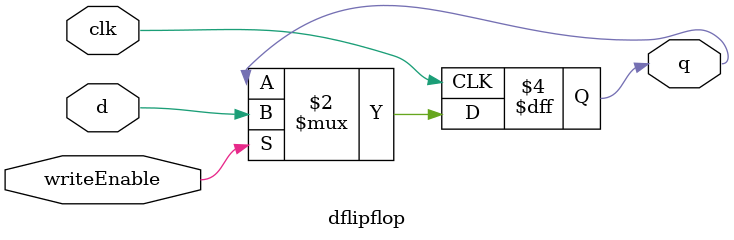
<source format=v>

module dflipflop
(
    input d,
    input writeEnable,
    input clk,
    output reg q
);

    always @(posedge clk) begin
        if(writeEnable) begin
            q <= d;
        end
    end

endmodule
</source>
